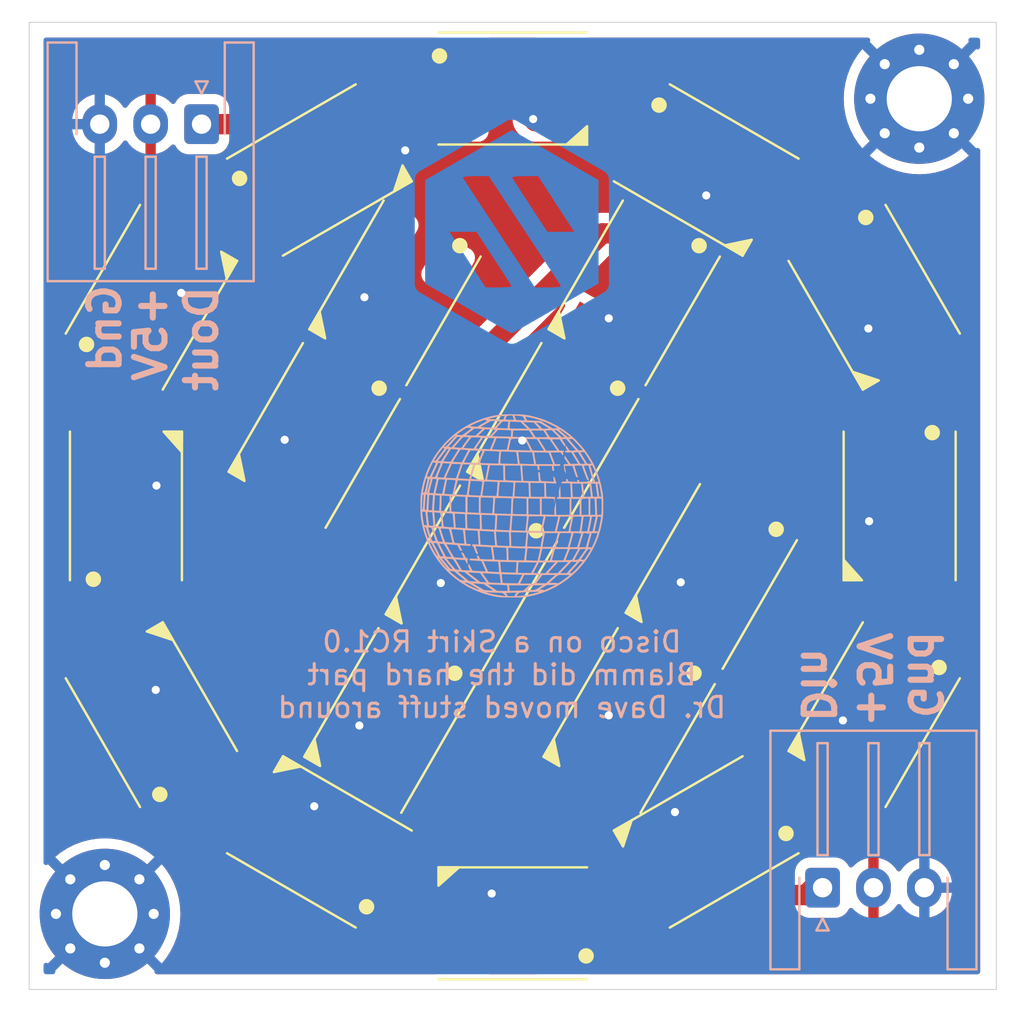
<source format=kicad_pcb>
(kicad_pcb (version 20211014) (generator pcbnew)
  (layers (0 "F.Cu" signal) (31 "B.Cu" signal) (34 "B.Paste" user) (35 "F.Paste" user) (36 "B.SilkS" user "B.Silkscreen") (37 "F.SilkS" user "F.Silkscreen") (38 "B.Mask" user) (39 "F.Mask" user) (44 "Edge.Cuts" user))
  (net 0 "")
  (net 1 "GND")
  (net 2 "DIN")
  (net 3 "Net-(D13-Pad2)")
  (net 4 "Net-(D14-Pad2)")
  (net 5 "Net-(D15-Pad2)")
  (net 6 "Net-(D16-Pad2)")
  (net 7 "Net-(D17-Pad2)")
  (net 8 "+5V")
  (net 9 "DOUT")
  (net 10 "new2")
  (net 11 "New3")
  (net 12 "p1")
  (net 13 "p2")
  (net 14 "p3")
  (net 15 "p4")
  (net 16 "p5")
  (net 17 "p6")
  (net 18 "p7")
  (net 19 "p8")
  (net 20 "p9")
  (net 21 "p10")
  (net 22 "p11")
  (net 23 "p12")
  (footprint "Daylight:LED_WS2812B_PLCC4_5.0x5.0mm_P3.2mm" (layer "F.Cu") (at 160.75 82.75 -120)
    (fp_text reference "D18")
    (fp_text value "WS2812B-V5/W")
    (pad "1" smd rect (at -2.45 -1.6 240) (size 1.5 1) (layers "F.Cu" "F.Paste" "F.Mask") (net 8 "+5V"))
    (pad "2" smd rect (at -2.45 1.6 240) (size 1.5 1) (layers "F.Cu" "F.Paste" "F.Mask") (net 6 "Net-(D16-Pad2)"))
    (pad "3" smd rect (at 2.45 1.6 240) (size 1.5 1) (layers "F.Cu" "F.Paste" "F.Mask") (net 1 "GND"))
    (pad "4" smd rect (at 2.45 -1.6 240) (size 1.5 1) (layers "F.Cu" "F.Paste" "F.Mask") (net 5 "Net-(D15-Pad2)"))
  )
  (footprint "MountingHole:MountingHole_3.2mm_M3_Pad_Via" (layer "F.Cu") (at 134.75 113.25)
    (fp_text reference "H2" hide)
    (fp_text value "MountingHole")
    (pad "1" thru_hole circle locked (at -2.4 0) (size 0.8 0.8) (drill 0.5) (layers *.Cu *.Mask) (net 1 "GND"))
    (pad "1" thru_hole circle locked (at -1.697056 1.697056) (size 0.8 0.8) (drill 0.5) (layers *.Cu *.Mask) (net 1 "GND"))
    (pad "1" thru_hole circle locked (at 0 2.4) (size 0.8 0.8) (drill 0.5) (layers *.Cu *.Mask) (net 1 "GND"))
    (pad "1" thru_hole circle locked (at 1.697056 1.697056) (size 0.8 0.8) (drill 0.5) (layers *.Cu *.Mask) (net 1 "GND"))
    (pad "1" thru_hole circle locked (at 2.4 0) (size 0.8 0.8) (drill 0.5) (layers *.Cu *.Mask) (net 1 "GND"))
    (pad "1" thru_hole circle locked (at -1.697056 -1.697056) (size 0.8 0.8) (drill 0.5) (layers *.Cu *.Mask) (net 1 "GND"))
    (pad "1" thru_hole circle locked (at 0 -2.4) (size 0.8 0.8) (drill 0.5) (layers *.Cu *.Mask) (net 1 "GND"))
    (pad "1" thru_hole circle locked (at 1.697056 -1.697056) (size 0.8 0.8) (drill 0.5) (layers *.Cu *.Mask) (net 1 "GND"))
    (pad "1" thru_hole circle locked (at 0 0) (size 6.4 6.4) (drill 3.2) (layers *.Cu *.Mask) (net 1 "GND"))
  )
  (footprint "Daylight:LED_WS2812B_PLCC4_5.0x5.0mm_P3.2mm" (layer "F.Cu") (at 145.035863 89.750036 -120)
    (fp_text reference "D19")
    (fp_text value "WS2812B-V5/W")
    (pad "1" smd rect (at -2.45 -1.6 240) (size 1.5 1) (layers "F.Cu" "F.Paste" "F.Mask") (net 8 "+5V"))
    (pad "2" smd rect (at -2.45 1.6 240) (size 1.5 1) (layers "F.Cu" "F.Paste" "F.Mask") (net 7 "Net-(D17-Pad2)"))
    (pad "3" smd rect (at 2.45 1.6 240) (size 1.5 1) (layers "F.Cu" "F.Paste" "F.Mask") (net 1 "GND"))
    (pad "4" smd rect (at 2.45 -1.6 240) (size 1.5 1) (layers "F.Cu" "F.Paste" "F.Mask") (net 6 "Net-(D16-Pad2)"))
  )
  (footprint "Daylight:LED_WS2812B_PLCC4_5.0x5.0mm_P3.2mm" (layer "F.Cu") (at 172.535863 82.964137 -60)
    (fp_text reference "D4")
    (fp_text value "WS2812B-V5/W")
    (pad "1" smd rect (at -2.45 -1.6 300) (size 1.5 1) (layers "F.Cu" "F.Paste" "F.Mask") (net 8 "+5V"))
    (pad "2" smd rect (at -2.45 1.6 300) (size 1.5 1) (layers "F.Cu" "F.Paste" "F.Mask") (net 21 "p10"))
    (pad "3" smd rect (at 2.45 1.6 300) (size 1.5 1) (layers "F.Cu" "F.Paste" "F.Mask") (net 1 "GND"))
    (pad "4" smd rect (at 2.45 -1.6 300) (size 1.5 1) (layers "F.Cu" "F.Paste" "F.Mask") (net 20 "p9"))
  )
  (footprint "Daylight:LED_WS2812B_PLCC4_5.0x5.0mm_P3.2mm" (layer "F.Cu") (at 173.785863 93.214137 -90)
    (fp_text reference "D3")
    (fp_text value "WS2812B-V5/W")
    (pad "1" smd rect (at -2.45 -1.6 270) (size 1.5 1) (layers "F.Cu" "F.Paste" "F.Mask") (net 8 "+5V"))
    (pad "2" smd rect (at -2.45 1.6 270) (size 1.5 1) (layers "F.Cu" "F.Paste" "F.Mask") (net 20 "p9"))
    (pad "3" smd rect (at 2.45 1.6 270) (size 1.5 1) (layers "F.Cu" "F.Paste" "F.Mask") (net 1 "GND"))
    (pad "4" smd rect (at 2.45 -1.6 270) (size 1.5 1) (layers "F.Cu" "F.Paste" "F.Mask") (net 19 "p8"))
  )
  (footprint "Daylight:LED_WS2812B_PLCC4_5.0x5.0mm_P3.2mm" (layer "F.Cu") (at 152.75 96.75 -120)
    (fp_text reference "D16")
    (fp_text value "WS2812B-V5/W")
    (pad "1" smd rect (at -2.45 -1.6 240) (size 1.5 1) (layers "F.Cu" "F.Paste" "F.Mask") (net 8 "+5V"))
    (pad "2" smd rect (at -2.45 1.6 240) (size 1.5 1) (layers "F.Cu" "F.Paste" "F.Mask") (net 4 "Net-(D14-Pad2)"))
    (pad "3" smd rect (at 2.45 1.6 240) (size 1.5 1) (layers "F.Cu" "F.Paste" "F.Mask") (net 1 "GND"))
    (pad "4" smd rect (at 2.45 -1.6 240) (size 1.5 1) (layers "F.Cu" "F.Paste" "F.Mask") (net 3 "Net-(D13-Pad2)"))
  )
  (footprint "Daylight:LED_WS2812B_PLCC4_5.0x5.0mm_P3.2mm" (layer "F.Cu") (at 148.75 103.75 -120)
    (fp_text reference "D15")
    (fp_text value "WS2812B-V5/W")
    (pad "1" smd rect (at -2.45 -1.6 240) (size 1.5 1) (layers "F.Cu" "F.Paste" "F.Mask") (net 8 "+5V"))
    (pad "2" smd rect (at -2.45 1.6 240) (size 1.5 1) (layers "F.Cu" "F.Paste" "F.Mask") (net 3 "Net-(D13-Pad2)"))
    (pad "3" smd rect (at 2.45 1.6 240) (size 1.5 1) (layers "F.Cu" "F.Paste" "F.Mask") (net 1 "GND"))
    (pad "4" smd rect (at 2.45 -1.6 240) (size 1.5 1) (layers "F.Cu" "F.Paste" "F.Mask") (net 11 "New3"))
  )
  (footprint "Daylight:LED_WS2812B_PLCC4_5.0x5.0mm_P3.2mm" (layer "F.Cu") (at 164.285863 76.714137 -30)
    (fp_text reference "D5")
    (fp_text value "WS2812B-V5/W")
    (pad "1" smd rect (at -2.45 -1.6 330) (size 1.5 1) (layers "F.Cu" "F.Paste" "F.Mask") (net 8 "+5V"))
    (pad "2" smd rect (at -2.45 1.6 330) (size 1.5 1) (layers "F.Cu" "F.Paste" "F.Mask") (net 22 "p11"))
    (pad "3" smd rect (at 2.45 1.6 330) (size 1.5 1) (layers "F.Cu" "F.Paste" "F.Mask") (net 1 "GND"))
    (pad "4" smd rect (at 2.45 -1.6 330) (size 1.5 1) (layers "F.Cu" "F.Paste" "F.Mask") (net 21 "p10"))
  )
  (footprint "Daylight:LED_WS2812B_PLCC4_5.0x5.0mm_P3.2mm" (layer "F.Cu") (at 156.75 89.750035 -120)
    (fp_text reference "D17")
    (fp_text value "WS2812B-V5/W")
    (pad "1" smd rect (at -2.45 -1.6 240) (size 1.5 1) (layers "F.Cu" "F.Paste" "F.Mask") (net 8 "+5V"))
    (pad "2" smd rect (at -2.45 1.6 240) (size 1.5 1) (layers "F.Cu" "F.Paste" "F.Mask") (net 5 "Net-(D15-Pad2)"))
    (pad "3" smd rect (at 2.45 1.6 240) (size 1.5 1) (layers "F.Cu" "F.Paste" "F.Mask") (net 1 "GND"))
    (pad "4" smd rect (at 2.45 -1.6 240) (size 1.5 1) (layers "F.Cu" "F.Paste" "F.Mask") (net 4 "Net-(D14-Pad2)"))
  )
  (footprint "Daylight:LED_WS2812B_PLCC4_5.0x5.0mm_P3.2mm" (layer "F.Cu") (at 137.035863 103.464137 120)
    (fp_text reference "D10")
    (fp_text value "WS2812B-V5/W")
    (pad "1" smd rect (at -2.45 -1.6 120) (size 1.5 1) (layers "F.Cu" "F.Paste" "F.Mask") (net 8 "+5V"))
    (pad "2" smd rect (at -2.45 1.6 120) (size 1.5 1) (layers "F.Cu" "F.Paste" "F.Mask") (net 15 "p4"))
    (pad "3" smd rect (at 2.45 1.6 120) (size 1.5 1) (layers "F.Cu" "F.Paste" "F.Mask") (net 1 "GND"))
    (pad "4" smd rect (at 2.45 -1.6 120) (size 1.5 1) (layers "F.Cu" "F.Paste" "F.Mask") (net 14 "p3"))
  )
  (footprint "Daylight:LED_WS2812B_PLCC4_5.0x5.0mm_P3.2mm" (layer "F.Cu") (at 154.785863 113.714137 180)
    (fp_text reference "D12")
    (fp_text value "WS2812B-V5/W")
    (pad "1" smd rect (at -2.45 -1.6 180) (size 1.5 1) (layers "F.Cu" "F.Paste" "F.Mask") (net 8 "+5V"))
    (pad "2" smd rect (at -2.45 1.6 180) (size 1.5 1) (layers "F.Cu" "F.Paste" "F.Mask") (net 17 "p6"))
    (pad "3" smd rect (at 2.45 1.6 180) (size 1.5 1) (layers "F.Cu" "F.Paste" "F.Mask") (net 1 "GND"))
    (pad "4" smd rect (at 2.45 -1.6 180) (size 1.5 1) (layers "F.Cu" "F.Paste" "F.Mask") (net 16 "p5"))
  )
  (footprint "MountingHole:MountingHole_3.2mm_M3_Pad_Via" (layer "F.Cu") (at 174.75 73.214137)
    (fp_text reference "H1" hide)
    (fp_text value "MountingHole")
    (pad "1" thru_hole circle locked (at 0 2.4) (size 0.8 0.8) (drill 0.5) (layers *.Cu *.Mask) (net 1 "GND"))
    (pad "1" thru_hole circle locked (at -1.697056 1.697056) (size 0.8 0.8) (drill 0.5) (layers *.Cu *.Mask) (net 1 "GND"))
    (pad "1" thru_hole circle locked (at 1.697056 -1.697056) (size 0.8 0.8) (drill 0.5) (layers *.Cu *.Mask) (net 1 "GND"))
    (pad "1" thru_hole circle locked (at 0 -2.4) (size 0.8 0.8) (drill 0.5) (layers *.Cu *.Mask) (net 1 "GND"))
    (pad "1" thru_hole circle locked (at 2.4 0) (size 0.8 0.8) (drill 0.5) (layers *.Cu *.Mask) (net 1 "GND"))
    (pad "1" thru_hole circle locked (at 1.697056 1.697056) (size 0.8 0.8) (drill 0.5) (layers *.Cu *.Mask) (net 1 "GND"))
    (pad "1" thru_hole circle locked (at 0 0) (size 6.4 6.4) (drill 3.2) (layers *.Cu *.Mask) (net 1 "GND"))
    (pad "1" thru_hole circle locked (at -1.697056 -1.697056) (size 0.8 0.8) (drill 0.5) (layers *.Cu *.Mask) (net 1 "GND"))
    (pad "1" thru_hole circle locked (at -2.4 0) (size 0.8 0.8) (drill 0.5) (layers *.Cu *.Mask) (net 1 "GND"))
  )
  (footprint "Daylight:LED_WS2812B_PLCC4_5.0x5.0mm_P3.2mm" (layer "F.Cu") (at 145.285863 109.714137 150)
    (fp_text reference "D11")
    (fp_text value "WS2812B-V5/W")
    (pad "1" smd rect (at -2.45 -1.6 150) (size 1.5 1) (layers "F.Cu" "F.Paste" "F.Mask") (net 8 "+5V"))
    (pad "2" smd rect (at -2.45 1.6 150) (size 1.5 1) (layers "F.Cu" "F.Paste" "F.Mask") (net 16 "p5"))
    (pad "3" smd rect (at 2.45 1.6 150) (size 1.5 1) (layers "F.Cu" "F.Paste" "F.Mask") (net 1 "GND"))
    (pad "4" smd rect (at 2.45 -1.6 150) (size 1.5 1) (layers "F.Cu" "F.Paste" "F.Mask") (net 15 "p4"))
  )
  (footprint "Daylight:LED_WS2812B_PLCC4_5.0x5.0mm_P3.2mm" (layer "F.Cu") (at 154.785863 72.714137)
    (fp_text reference "D6")
    (fp_text value "WS2812B-V5/W")
    (pad "1" smd rect (at -2.45 -1.6) (size 1.5 1) (layers "F.Cu" "F.Paste" "F.Mask") (net 8 "+5V"))
    (pad "2" smd rect (at -2.45 1.6) (size 1.5 1) (layers "F.Cu" "F.Paste" "F.Mask") (net 23 "p12"))
    (pad "3" smd rect (at 2.45 1.6) (size 1.5 1) (layers "F.Cu" "F.Paste" "F.Mask") (net 1 "GND"))
    (pad "4" smd rect (at 2.45 -1.6) (size 1.5 1) (layers "F.Cu" "F.Paste" "F.Mask") (net 22 "p11"))
  )
  (footprint "Daylight:LED_WS2812B_PLCC4_5.0x5.0mm_P3.2mm" (layer "F.Cu") (at 137.035863 82.964137 60)
    (fp_text reference "D8")
    (fp_text value "WS2812B-V5/W")
    (pad "1" smd rect (at -2.45 -1.6 60) (size 1.5 1) (layers "F.Cu" "F.Paste" "F.Mask") (net 8 "+5V"))
    (pad "2" smd rect (at -2.45 1.6 60) (size 1.5 1) (layers "F.Cu" "F.Paste" "F.Mask") (net 13 "p2"))
    (pad "3" smd rect (at 2.45 1.6 60) (size 1.5 1) (layers "F.Cu" "F.Paste" "F.Mask") (net 1 "GND"))
    (pad "4" smd rect (at 2.45 -1.6 60) (size 1.5 1) (layers "F.Cu" "F.Paste" "F.Mask") (net 12 "p1"))
  )
  (footprint "Daylight:LED_WS2812B_PLCC4_5.0x5.0mm_P3.2mm" (layer "F.Cu") (at 164.285863 109.714137 -150)
    (fp_text reference "D1")
    (fp_text value "WS2812B-V5/W")
    (pad "1" smd rect (at -2.45 -1.6 210) (size 1.5 1) (layers "F.Cu" "F.Paste" "F.Mask") (net 8 "+5V"))
    (pad "2" smd rect (at -2.45 1.6 210) (size 1.5 1) (layers "F.Cu" "F.Paste" "F.Mask") (net 18 "p7"))
    (pad "3" smd rect (at 2.45 1.6 210) (size 1.5 1) (layers "F.Cu" "F.Paste" "F.Mask") (net 1 "GND"))
    (pad "e" smd rect (at 2.45 -1.6 210) (size 1.5 1) (layers "F.Cu" "F.Paste" "F.Mask") (net 2 "DIN"))
  )
  (footprint "Daylight:LED_WS2812B_PLCC4_5.0x5.0mm_P3.2mm" (layer "F.Cu") (at 145.285863 76.714137 30)
    (fp_text reference "D7")
    (fp_text value "WS2812B-V5/W")
    (pad "1" smd rect (at -2.45 -1.6 30) (size 1.5 1) (layers "F.Cu" "F.Paste" "F.Mask") (net 8 "+5V"))
    (pad "2" smd rect (at -2.45 1.6 30) (size 1.5 1) (layers "F.Cu" "F.Paste" "F.Mask") (net 12 "p1"))
    (pad "3" smd rect (at 2.45 1.6 30) (size 1.5 1) (layers "F.Cu" "F.Paste" "F.Mask") (net 1 "GND"))
    (pad "4" smd rect (at 2.45 -1.6 30) (size 1.5 1) (layers "F.Cu" "F.Paste" "F.Mask") (net 23 "p12"))
  )
  (footprint "Daylight:LED_WS2812B_PLCC4_5.0x5.0mm_P3.2mm" (layer "F.Cu") (at 172.535863 103.464137 -120)
    (fp_text reference "D2")
    (fp_text value "WS2812B-V5/W")
    (pad "1" smd rect (at -2.45 -1.6 240) (size 1.5 1) (layers "F.Cu" "F.Paste" "F.Mask") (net 8 "+5V"))
    (pad "2" smd rect (at -2.45 1.6 240) (size 1.5 1) (layers "F.Cu" "F.Paste" "F.Mask") (net 19 "p8"))
    (pad "3" smd rect (at 2.45 1.6 240) (size 1.5 1) (layers "F.Cu" "F.Paste" "F.Mask") (net 1 "GND"))
    (pad "4" smd rect (at 2.45 -1.6 240) (size 1.5 1) (layers "F.Cu" "F.Paste" "F.Mask") (net 18 "p7"))
  )
  (footprint "Daylight:LED_WS2812B_PLCC4_5.0x5.0mm_P3.2mm" (layer "F.Cu") (at 135.785863 93.214137 90)
    (fp_text reference "D9")
    (fp_text value "WS2812B-V5/W")
    (pad "1" smd rect (at -2.45 -1.6 90) (size 1.5 1) (layers "F.Cu" "F.Paste" "F.Mask") (net 8 "+5V"))
    (pad "2" smd rect (at -2.45 1.6 90) (size 1.5 1) (layers "F.Cu" "F.Paste" "F.Mask") (net 14 "p3"))
    (pad "3" smd rect (at 2.45 1.6 90) (size 1.5 1) (layers "F.Cu" "F.Paste" "F.Mask") (net 1 "GND"))
    (pad "4" smd rect (at 2.45 -1.6 90) (size 1.5 1) (layers "F.Cu" "F.Paste" "F.Mask") (net 13 "p2"))
  )
  (footprint "Daylight:LED_WS2812B_PLCC4_5.0x5.0mm_P3.2mm" (layer "F.Cu") (at 149 82.75 -120)
    (fp_text reference "D20")
    (fp_text value "WS2812B-V5/W")
    (pad "1" smd rect (at -2.45 -1.6 240) (size 1.5 1) (layers "F.Cu" "F.Paste" "F.Mask") (net 8 "+5V"))
    (pad "2" smd rect (at -2.45 1.6 240) (size 1.5 1) (layers "F.Cu" "F.Paste" "F.Mask") (net 9 "DOUT"))
    (pad "3" smd rect (at 2.45 1.6 240) (size 1.5 1) (layers "F.Cu" "F.Paste" "F.Mask") (net 1 "GND"))
    (pad "4" smd rect (at 2.45 -1.6 240) (size 1.5 1) (layers "F.Cu" "F.Paste" "F.Mask") (net 7 "Net-(D17-Pad2)"))
  )
  (footprint "Daylight:LED_WS2812B_PLCC4_5.0x5.0mm_P3.2mm" (layer "F.Cu") (at 160.5 103.75 -120)
    (fp_text reference "D13")
    (fp_text value "WS2812B-V5/W")
    (pad "1" smd rect (at -2.45 -1.6 240) (size 1.5 1) (layers "F.Cu" "F.Paste" "F.Mask") (net 8 "+5V"))
    (pad "2" smd rect (at -2.45 1.6 240) (size 1.5 1) (layers "F.Cu" "F.Paste" "F.Mask") (net 10 "new2"))
    (pad "3" smd rect (at 2.45 1.6 240) (size 1.5 1) (layers "F.Cu" "F.Paste" "F.Mask") (net 1 "GND"))
    (pad "4" smd rect (at 2.45 -1.6 240) (size 1.5 1) (layers "F.Cu" "F.Paste" "F.Mask") (net 17 "p6"))
  )
  (footprint "Daylight:LED_WS2812B_PLCC4_5.0x5.0mm_P3.2mm" (layer "F.Cu") (at 164.535863 96.678238 -120)
    (fp_text reference "D14")
    (fp_text value "WS2812B-V5/W")
    (pad "1" smd rect (at -2.45 -1.6 240) (size 1.5 1) (layers "F.Cu" "F.Paste" "F.Mask") (net 8 "+5V"))
    (pad "2" smd rect (at -2.45 1.6 240) (size 1.5 1) (layers "F.Cu" "F.Paste" "F.Mask") (net 11 "New3"))
    (pad "3" smd rect (at 2.45 1.6 240) (size 1.5 1) (layers "F.Cu" "F.Paste" "F.Mask") (net 1 "GND"))
    (pad "4" smd rect (at 2.45 -1.6 240) (size 1.5 1) (layers "F.Cu" "F.Paste" "F.Mask") (net 10 "new2"))
  )
  (footprint "Daylight:JST_XH_S3B-XH-A-1_1x03_P2.50mm_Horizontal" (layer "B.Cu") (at 139.5 74.464137 180)
    (fp_text reference "J2" hide)
    (fp_text value "Conn_01x03_Male")
    (pad "1" thru_hole roundrect (at 0 0 180) (size 1.7 1.95) (drill 0.95) (layers *.Cu *.Mask) (roundrect_rratio 0.1470588235) (net 9 "DOUT"))
    (pad "2" thru_hole oval (at 2.5 0 180) (size 1.7 1.95) (drill 0.95) (layers *.Cu *.Mask) (net 8 "+5V"))
    (pad "3" thru_hole oval (at 5 0 180) (size 1.7 1.95) (drill 0.95) (layers *.Cu *.Mask) (net 1 "GND"))
  )
  (footprint "Daylight:Disco" (layer "B.Cu") (at 154.739358 93.214137 180)
    (fp_text reference "G***")
    (fp_text value "LOGO" hide)
  )
  (footprint "Daylight:JST_XH_S3B-XH-A-1_1x03_P2.50mm_Horizontal" (layer "B.Cu") (at 170 111.964137)
    (fp_text reference "J1" hide)
    (fp_text value "Conn_01x03_Male")
    (pad "1" thru_hole roundrect (at 0 0) (size 1.7 1.95) (drill 0.95) (layers *.Cu *.Mask) (roundrect_rratio 0.1470588235) (net 2 "DIN"))
    (pad "2" thru_hole oval (at 2.5 0) (size 1.7 1.95) (drill 0.95) (layers *.Cu *.Mask) (net 8 "+5V"))
    (pad "3" thru_hole oval (at 5 0) (size 1.7 1.95) (drill 0.95) (layers *.Cu *.Mask) (net 1 "GND"))
  )
  (footprint "Daylight:Logo_Voron_10mm_Copper" (layer "B.Cu") (at 154.739358 79.75 180)
    (fp_text reference "G***" hide)
    (fp_text value "LOGO" hide)
    (fp_poly (pts (xy 2.129692 3.767028) (xy 4.259384 2.538777) (xy 4.259384 -2.538929) (xy 2.14923 -3.764083) (xy 1.628675 -4.065618) (xy 1.152311 -4.340212) (xy 0.736709 -4.578419) (xy 0.39844 -4.770794) (xy 0.154074 -4.907891) (xy 0.020183 -4.980262) (xy 0 -4.989237) (xy -0.074703 -4.951449) (xy -0.26787 -4.844382) (xy -0.56293 -4.677481) (xy -0.943313 -4.460193) (xy -1.392448 -4.201964) (xy -1.893765 -3.91224) (xy -2.149231 -3.764083) (xy -4.033451 -2.670106) (xy -2.409744 -2.670106) (xy -2.35009 -2.699609) (xy -2.168496 -2.721846) (xy -1.899284 -2.733301) (xy -1.784513 -2.734104) (xy -1.133231 -2.732824) (xy -1.092789 -2.671445) (xy 0.013025 -2.671445) (xy 0.07268 -2.700345) (xy 0.254276 -2.72213) (xy 0.52349 -2.733357) (xy 0.638256 -2.734147) (xy 1.289538 -2.732909) (xy 2.032 -1.587933) (xy 2.285811 -1.196594) (xy 2.519778 -0.835985) (xy 2.716515 -0.532891) (xy 2.858639 -0.314096) (xy 2.918905 -0.221478) (xy 3.063349 0) (xy 1.74079 0) (xy 0.889934 -1.303752) (xy 0.628387 -1.705672) (xy 0.396767 -2.063803) (xy 0.208474 -2.357248) (xy 0.076905 -2.565109) (xy 0.015459 -2.666489) (xy 0.013025 -2.671445) (xy -1.092789 -2.671445) (xy 0.62523 -0.063998) (xy 1.00617 0.514766) (xy 1.359985 1.053496) (xy 1.677474 1.538092) (xy 1.949436 1.954458) (xy 2.166667 2.288495) (xy 2.319968 2.526104) (xy 2.400136 2.653188) (xy 2.409743 2.670106) (xy 2.350089 2.69961) (xy 2.168495 2.721846) (xy 1.899284 2.733302) (xy 1.784512 2.734105) (xy 1.13323 2.732825) (xy -0.625231 0.063999) (xy -1.006171 -0.514765) (xy -1.359986 -1.053495) (xy -1.677475 -1.538092) (xy -1.949436 -1.954458) (xy -2.166668 -2.288494) (xy -2.319969 -2.526103) (xy -2.400137 -2.653187) (xy -2.409744 -2.670106) (xy -4.033451 -2.670106) (xy -4.259385 -2.538929) (xy -4.259385 0) (xy -3.06335 0) (xy -1.740791 0) (xy -0.889934 1.303753) (xy -0.628388 1.705672) (xy -0.396768 2.063804) (xy -0.208474 2.357249) (xy -0.076905 2.56511) (xy -0.01546 2.66649) (xy -0.013026 2.671445) (xy -0.072681 2.700346) (xy -0.254277 2.722131) (xy -0.523491 2.733358) (xy -0.638257 2.734148) (xy -1.289539 2.73291) (xy -2.032 1.587934) (xy -2.285811 1.196594) (xy -2.519778 0.835985) (xy -2.716516 0.532891) (xy -2.85864 0.314097) (xy -2.918906 0.221479) (xy -3.06335 0) (xy -4.259385 0) (xy -4.259385 2.538777) (xy -2.129693 3.767028) (xy 0 4.99528)) (layer "B.Cu") (width 0) (fill solid))
  )
  (gr_rect (start 178.535863 69.464137) (end 131.035863 116.964137) (layer "Edge.Cuts") (width 0.05) (fill none))
  (gr_text "+5V" (at 137 84.75 90) (layer "B.SilkS") (effects (font (size 1.5 1.5) (thickness 0.3)) (justify mirror)))
  (gr_text "Dout" (at 139.5 85 90) (layer "B.SilkS") (effects (font (size 1.5 1.5) (thickness 0.3)) (justify mirror)))
  (gr_text "Din" (at 169.75 102 -90) (layer "B.SilkS") (effects (font (size 1.5 1.5) (thickness 0.3)) (justify mirror)))
  (gr_text "Gnd" (at 134.75 84.5 90) (layer "B.SilkS") (effects (font (size 1.5 1.5) (thickness 0.3)) (justify mirror)))
  (gr_text "+5V" (at 172.5 101.75 -90) (layer "B.SilkS") (effects (font (size 1.5 1.5) (thickness 0.3)) (justify mirror)))
  (gr_text "Disco on a Skirt RC1.0\nBlamm did the hard part\nDr. Dave moved stuff around" (at 154.25 101.5) (layer "B.SilkS") (effects (font (size 1 1)) (justify mirror)))
  (gr_text "Gnd" (at 175 101.5 -90) (layer "B.SilkS") (effects (font (size 1.5 1.5) (thickness 0.3)) (justify mirror)))
  (segment (start 138.538879 82.75) (end 139.646504 81.642375) (width 1) (layer "F.Cu") (net 1))
  (segment (start 163.035863 96.964137) (end 162 98) (width 1) (layer "F.Cu") (net 1))
  (segment (start 154.139359 91.071797) (end 154.25 91.071797) (width 0.25) (layer "F.Cu") (net 1))
  (segment (start 157.235863 74.314137) (end 155.885863 74.314137) (width 1) (layer "F.Cu") (net 1))
  (segment (start 172.25 84.75) (end 172.375222 84.875222) (width 1) (layer "F.Cu") (net 1))
  (segment (start 159.211121 103.5) (end 158.139359 104.571762) (width 1) (layer "F.Cu") (net 1))
  (segment (start 172.185863 95.664137) (end 172.185863 94.064137) (width 1) (layer "F.Cu") (net 1))
  (segment (start 137.285863 90.864137) (end 137.385863 90.764137) (width 1) (layer "F.Cu") (net 1))
  (segment (start 147.211121 104) (end 146.139359 105.071762) (width 1) (layer "F.Cu") (net 1))
  (segment (start 143.964101 107.103496) (end 143.964101 107.214101) (width 0.25) (layer "F.Cu") (net 1))
  (segment (start 144 107.25) (end 144.321726 107.25) (width 1) (layer "F.Cu") (net 1))
  (segment (start 151.211121 97) (end 150.139359 98.071762) (width 1) (layer "F.Cu") (net 1))
  (segment (start 165.607625 79.324778) (end 165.607625 79.285899) (width 1) (layer "F.Cu") (net 1))
  (segment (start 161.364101 109.553496) (end 161.285863 109.475258) (width 0.25) (layer "F.Cu") (net 1))
  (segment (start 137.25 102.25) (end 137.25 100.595871) (width 1) (layer "F.Cu") (net 1))
  (segment (start 171 103.75) (end 170.961121 103.75) (width 1) (layer "F.Cu") (net 1))
  (segment (start 153.75 112.25) (end 152.471726 112.25) (width 1) (layer "F.Cu") (net 1))
  (segment (start 137.25 100.595871) (end 137.196504 100.542375) (width 1) (layer "F.Cu") (net 1))
  (segment (start 155.25 90) (end 154.25 91) (width 1) (layer "F.Cu") (net 1))
  (segment (start 154.25 91) (end 154.25 91.071797) (width 1) (layer "F.Cu") (net 1))
  (segment (start 143.964101 107.214101) (end 144 107.25) (width 0.25) (layer "F.Cu") (net 1))
  (segment (start 155.885863 74.314137) (end 155.785863 74.214137) (width 1) (layer "F.Cu") (net 1))
  (segment (start 147.5 82.964137) (end 146.389359 84.074778) (width 1) (layer "F.Cu") (net 1))
  (segment (start 144.321726 107.25) (end 145.035863 107.964137) (width 1) (layer "F.Cu") (net 1))
  (segment (start 159.5 84) (end 158.211121 84) (width 1) (layer "F.Cu") (net 1))
  (segment (start 165.607625 79.285899) (end 164.285863 77.964137) (width 1) (layer "F.Cu") (net 1))
  (segment (start 172.185863 94.064137) (end 172.285863 93.964137) (width 1) (layer "F.Cu") (net 1))
  (segment (start 148.375222 76.874778) (end 148.207625 76.874778) (width 1) (layer "F.Cu") (net 1))
  (segment (start 170.961121 103.75) (end 169.925222 104.785899) (width 1) (layer "F.Cu") (net 1))
  (segment (start 143.535863 89.964137) (end 142.428202 91.071798) (width 1) (layer "F.Cu") (net 1))
  (segment (start 161.446504 109.553496) (end 161.364101 109.553496) (width 1) (layer "F.Cu") (net 1))
  (segment (start 172.375222 84.875222) (end 172.375222 85.885899) (width 1) (layer "F.Cu") (net 1))
  (segment (start 158.211121 84) (end 158.139359 84.071762) (width 1) (layer "F.Cu") (net 1))
  (segment (start 138.5 82.75) (end 138.538879 82.75) (width 1) (layer "F.Cu") (net 1))
  (segment (start 137.285863 92.214137) (end 137.285863 90.864137) (width 1) (layer "F.Cu") (net 1))
  (segment (start 172.25 84.5) (end 172.25 84.75) (width 1) (layer "F.Cu") (net 1))
  (segment (start 162.75 108.25) (end 161.446504 109.553496) (width 1) (layer "F.Cu") (net 1))
  (segment (start 147.25 104) (end 147.211121 104) (width 1) (layer "F.Cu") (net 1))
  (segment (start 149.5 75.75) (end 148.375222 76.874778) (width 1) (layer "F.Cu") (net 1))
  (segment (start 151.25 97) (end 151.211121 97) (width 1) (layer "F.Cu") (net 1))
  (segment (start 152.471726 112.25) (end 152.335863 112.114137) (width 1) (layer "F.Cu") (net 1))
  (segment (start 159.5 103.5) (end 159.211121 103.5) (width 1) (layer "F.Cu") (net 1))
  (via (at 159.5 103.5) (size 0.8) (drill 0.4) (layers "F.Cu" "B.Cu") (net 1))
  (via (at 143.582368 89.964137) (size 0.8) (drill 0.4) (layers "F.Cu" "B.Cu") (net 1))
  (via (at 153.75 112.25) (size 0.8) (drill 0.4) (layers "F.Cu" "B.Cu") (net 1))
  (via (at 138.5 82.75) (size 0.8) (drill 0.4) (layers "F.Cu" "B.Cu") (net 1))
  (via (at 151.25 97) (size 0.8) (drill 0.4) (layers "F.Cu" "B.Cu") (net 1))
  (via (at 137.285863 92.214137) (size 0.8) (drill 0.4) (layers "F.Cu" "B.Cu") (net 1))
  (via (at 172.285863 93.964137) (size 0.8) (drill 0.4) (layers "F.Cu" "B.Cu") (net 1))
  (via (at 155.25 90) (size 0.8) (drill 0.4) (layers "F.Cu" "B.Cu") (net 1))
  (via (at 159.5 84) (size 0.8) (drill 0.4) (layers "F.Cu" "B.Cu") (net 1))
  (via (at 149.5 75.75) (size 0.8) (drill 0.4) (layers "F.Cu" "B.Cu") (net 1))
  (via (at 162.75 108.25) (size 0.8) (drill 0.4) (layers "F.Cu" "B.Cu") (net 1))
  (via (at 164.285863 77.964137) (size 0.8) (drill 0.4) (layers "F.Cu" "B.Cu") (net 1))
  (via (at 147.25 104) (size 0.8) (drill 0.4) (layers "F.Cu" "B.Cu") (net 1))
  (via (at 171 103.75) (size 0.8) (drill 0.4) (layers "F.Cu" "B.Cu") (net 1))
  (via (at 163.035863 96.964137) (size 0.8) (drill 0.4) (layers "F.Cu" "B.Cu") (net 1))
  (via (at 145.035863 107.964137) (size 0.8) (drill 0.4) (layers "F.Cu" "B.Cu") (net 1))
  (via (at 172.25 84.5) (size 0.8) (drill 0.4) (layers "F.Cu" "B.Cu") (net 1))
  (via (at 155.785863 74.214137) (size 0.8) (drill 0.4) (layers "F.Cu" "B.Cu") (net 1))
  (via (at 147.5 82.964137) (size 0.8) (drill 0.4) (layers "F.Cu" "B.Cu") (net 1))
  (via (at 137.25 102.25) (size 0.8) (drill 0.4) (layers "F.Cu" "B.Cu") (net 1))
  (segment (start 162.964101 112.324778) (end 169.175222 112.324778) (width 1) (layer "F.Cu") (net 2))
  (segment (start 169.175222 112.324778) (end 169.535863 111.964137) (width 1) (layer "F.Cu") (net 2))
  (segment (start 152.332403 100.25) (end 152.910641 99.671762) (width 1) (layer "F.Cu") (net 3))
  (segment (start 149.167597 100.25) (end 152.332403 100.25) (width 1) (layer "F.Cu") (net 3))
  (segment (start 148.589359 100.828238) (end 149.167597 100.25) (width 1) (layer "F.Cu") (net 3))
  (segment (start 153.167597 93.25) (end 156.332438 93.25) (width 1) (layer "F.Cu") (net 4))
  (segment (start 152.589359 93.828238) (end 153.167597 93.25) (width 1) (layer "F.Cu") (net 4))
  (segment (start 156.332438 93.25) (end 156.910641 92.671797) (width 1) (layer "F.Cu") (net 4))
  (segment (start 157.167632 86.25) (end 160.332403 86.25) (width 1) (layer "F.Cu") (net 5))
  (segment (start 156.589359 86.828273) (end 157.167632 86.25) (width 1) (layer "F.Cu") (net 5))
  (segment (start 160.332403 86.25) (end 160.910641 85.671762) (width 1) (layer "F.Cu") (net 5))
  (segment (start 145.196504 92.671798) (end 146.328202 92.671798) (width 1) (layer "F.Cu") (net 6))
  (segment (start 146.328202 92.671798) (end 159.171762 79.828238) (width 1) (layer "F.Cu") (net 6))
  (segment (start 159.171762 79.828238) (end 160.589359 79.828238) (width 1) (layer "F.Cu") (net 6))
  (segment (start 145.489359 86.214137) (end 148.618266 86.214137) (width 1) (layer "F.Cu") (net 7))
  (segment (start 148.618266 86.214137) (end 149.160641 85.671762) (width 1) (layer "F.Cu") (net 7))
  (segment (start 144.875222 86.828274) (end 145.489359 86.214137) (width 1) (layer "F.Cu") (net 7))
  (segment (start 134.235863 95.764137) (end 134.139358 95.764137) (width 0.25) (layer "F.Cu") (net 8))
  (segment (start 142.341634 76.714137) (end 142.230993 76.603496) (width 0.25) (layer "F.Cu") (net 8))
  (segment (start 139.5 74.464137) (end 143.285863 74.464137) (width 1) (layer "F.Cu") (net 9))
  (segment (start 143.285863 74.464137) (end 148.721796 79.90007) (width 1) (layer "F.Cu") (net 9))
  (segment (start 160.70346 100.214137) (end 164.082367 100.214137) (width 1) (layer "F.Cu") (net 10))
  (segment (start 160.589359 100.328238) (end 160.70346 100.214137) (width 1) (layer "F.Cu") (net 10))
  (segment (start 164.082367 100.214137) (end 164.696504 99.6) (width 1) (layer "F.Cu") (net 10))
  (segment (start 148.910641 106.671762) (end 149.828238 106.671762) (width 1) (layer "F.Cu") (net 11))
  (segment (start 162.743524 93.756476) (end 164.375222 93.756476) (width 1) (layer "F.Cu") (net 11))
  (segment (start 149.828238 106.671762) (end 162.743524 93.756476) (width 1) (layer "F.Cu") (net 11))
  (segment (start 143.964101 79.324778) (end 137.592819 79.324778) (width 1) (layer "F.Cu") (net 12))
  (segment (start 137.592819 79.324778) (end 136.875222 80.042375) (width 1) (layer "F.Cu") (net 12))
  (segment (start 137.196504 85.885899) (end 134.035863 89.04654) (width 1) (layer "F.Cu") (net 13))
  (segment (start 134.035863 89.04654) (end 134.035863 90.614137) (width 1) (layer "F.Cu") (net 13))
  (segment (start 134.035863 90.614137) (end 134.185863 90.764137) (width 0.25) (layer "F.Cu") (net 13))
  (segment (start 134.425222 99.824778) (end 137.285863 96.964137) (width 1) (layer "F.Cu") (net 14))
  (segment (start 134.425222 102.142375) (end 134.425222 99.824778) (width 1) (layer "F.Cu") (net 14))
  (segment (start 137.239358 95.864137) (end 137.339358 95.764137) (width 0.25) (layer "F.Cu") (net 14))
  (segment (start 137.285863 96.964137) (end 137.285863 96.417994) (width 1) (layer "F.Cu") (net 14))
  (segment (start 139.646504 107.157181) (end 142.364101 109.874778) (width 1) (layer "F.Cu") (net 15))
  (segment (start 139.646504 104.785899) (end 139.646504 107.157181) (width 1) (layer "F.Cu") (net 15))
  (segment (start 152.335863 115.314137) (end 149.785863 112.764137) (width 1) (layer "F.Cu") (net 16))
  (segment (start 149.785863 112.764137) (end 149.785863 111.131734) (width 1) (layer "F.Cu") (net 16))
  (segment (start 149.785863 111.131734) (end 148.207625 109.553496) (width 1) (layer "F.Cu") (net 16))
  (segment (start 160.578238 106.671762) (end 157.235863 110.014137) (width 1) (layer "F.Cu") (net 17))
  (segment (start 160.660641 106.671762) (end 160.578238 106.671762) (width 1) (layer "F.Cu") (net 17))
  (segment (start 157.235863 110.014137) (end 157.235863 112.114137) (width 1) (layer "F.Cu") (net 17))
  (segment (start 165.607625 107.103496) (end 171.978907 107.103496) (width 1) (layer "F.Cu") (net 18))
  (segment (start 171.978907 107.103496) (end 172.696504 106.385899) (width 1) (layer "F.Cu") (net 18))
  (segment (start 175.385863 95.664137) (end 175.385863 97.531734) (width 1) (layer "F.Cu") (net 19))
  (segment (start 175.385863 97.531734) (end 172.375222 100.542375) (width 1) (layer "F.Cu") (net 19))
  (segment (start 175.146504 86.353496) (end 175.146504 84.285899) (width 1) (layer "F.Cu") (net 20))
  (segment (start 172.185863 90.764137) (end 172.185863 89.314137) (width 1) (layer "F.Cu") (net 20))
  (segment (start 172.185863 89.314137) (end 175.146504 86.353496) (width 1) (layer "F.Cu") (net 20))
  (segment (start 167.207625 76.553496) (end 169.925222 79.271093) (width 1) (layer "F.Cu") (net 21))
  (segment (start 169.925222 79.271093) (end 169.925222 81.642375) (width 1) (layer "F.Cu") (net 21))
  (segment (start 157.235863 71.114137) (end 161.364101 75.242375) (width 1) (layer "F.Cu") (net 22))
  (segment (start 161.364101 75.242375) (end 161.364101 76.874778) (width 1) (layer "F.Cu") (net 22))
  (segment (start 146.607625 74.103496) (end 152.125222 74.103496) (width 1) (layer "F.Cu") (net 23))
  (segment (start 152.125222 74.103496) (end 152.335863 74.314137) (width 1) (layer "F.Cu") (net 23))
  (zone (net 8) (net_name "+5V") (layer "F.Cu") (connect_pads (clearance 0.508)) (min_thickness 0.254) (fill yes (thermal_gap 0.508) (thermal_bridge_width 0.508))
    (polygon (pts (xy 177.739358 116.214137) (xy 131.739358 116.214137) (xy 131.739358 70.214137) (xy 177.739358 70.214137)))
  )
  (zone (net 1) (net_name "GND") (layer "B.Cu") (connect_pads (clearance 0.508)) (min_thickness 0.254) (fill yes (thermal_gap 0.508) (thermal_bridge_width 0.508))
    (polygon (pts (xy 177.739358 116.214137) (xy 131.739358 116.214137) (xy 131.739358 70.214137) (xy 177.739358 70.214137)))
  )
)
</source>
